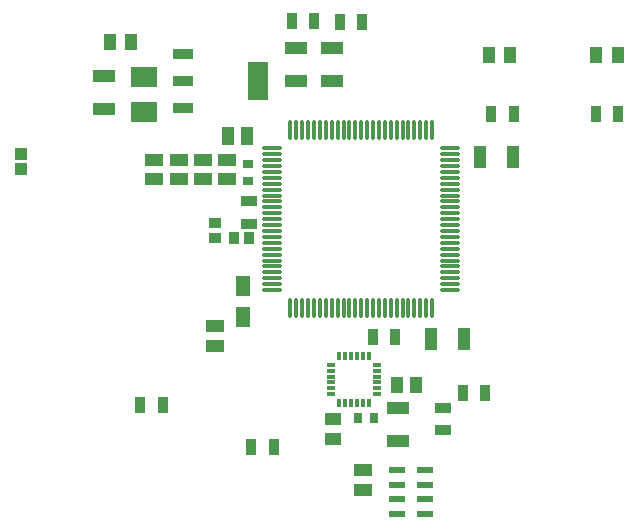
<source format=gtp>
G04 Layer_Color=8421504*
%FSTAX24Y24*%
%MOIN*%
G70*
G01*
G75*
%ADD10R,0.0315X0.0118*%
%ADD11R,0.0118X0.0315*%
%ADD12R,0.0394X0.0433*%
%ADD13R,0.0689X0.1260*%
%ADD14R,0.0689X0.0374*%
%ADD15O,0.0118X0.0709*%
%ADD16O,0.0709X0.0118*%
%ADD17R,0.0717X0.0402*%
%ADD18R,0.0374X0.0551*%
%ADD19R,0.0906X0.0709*%
%ADD20R,0.0433X0.0618*%
%ADD21R,0.0618X0.0433*%
%ADD22R,0.0390X0.0579*%
%ADD23R,0.0394X0.0551*%
%ADD24R,0.0551X0.0374*%
%ADD25R,0.0386X0.0339*%
%ADD26R,0.0339X0.0386*%
%ADD27R,0.0512X0.0669*%
%ADD28R,0.0579X0.0390*%
%ADD29R,0.0402X0.0717*%
%ADD30R,0.0370X0.0295*%
%ADD31R,0.0532X0.0217*%
%ADD32R,0.0295X0.0370*%
D10*
X041982Y027492D02*
D03*
Y027295D02*
D03*
Y027098D02*
D03*
Y026902D02*
D03*
Y026705D02*
D03*
Y026508D02*
D03*
X043518D02*
D03*
Y026705D02*
D03*
Y026902D02*
D03*
Y027098D02*
D03*
Y027295D02*
D03*
Y027492D02*
D03*
D11*
X042258Y026232D02*
D03*
X042455D02*
D03*
X042652D02*
D03*
X042848D02*
D03*
X043045D02*
D03*
X043242D02*
D03*
Y027768D02*
D03*
X043045D02*
D03*
X042848D02*
D03*
X042652D02*
D03*
X042455D02*
D03*
X042258D02*
D03*
D12*
X03165Y034D02*
D03*
Y034512D02*
D03*
D13*
X03954Y03695D02*
D03*
D14*
X03706Y036044D02*
D03*
Y03695D02*
D03*
Y037856D02*
D03*
D15*
X040624Y035315D02*
D03*
X040821D02*
D03*
X041018D02*
D03*
X041215D02*
D03*
X041412D02*
D03*
X041609D02*
D03*
X041806D02*
D03*
X042002D02*
D03*
X042199D02*
D03*
X042396D02*
D03*
X042593D02*
D03*
X04279D02*
D03*
X042987D02*
D03*
X043183D02*
D03*
X04338D02*
D03*
X043577D02*
D03*
X043774D02*
D03*
X043971D02*
D03*
X044168D02*
D03*
X044365D02*
D03*
X044561D02*
D03*
X044758D02*
D03*
X044955D02*
D03*
X045152D02*
D03*
X045349D02*
D03*
Y02937D02*
D03*
X045152D02*
D03*
X044955D02*
D03*
X044758D02*
D03*
X044561D02*
D03*
X044365D02*
D03*
X044168D02*
D03*
X043971D02*
D03*
X043774D02*
D03*
X043577D02*
D03*
X04338D02*
D03*
X043183D02*
D03*
X042987D02*
D03*
X04279D02*
D03*
X042593D02*
D03*
X042396D02*
D03*
X042199D02*
D03*
X042002D02*
D03*
X041806D02*
D03*
X041609D02*
D03*
X041412D02*
D03*
X041215D02*
D03*
X041018D02*
D03*
X040821D02*
D03*
X040624D02*
D03*
D16*
X045959Y034704D02*
D03*
Y034507D02*
D03*
Y034311D02*
D03*
Y034114D02*
D03*
Y033917D02*
D03*
Y03372D02*
D03*
Y033523D02*
D03*
Y033326D02*
D03*
Y03313D02*
D03*
Y032933D02*
D03*
Y032736D02*
D03*
Y032539D02*
D03*
Y032342D02*
D03*
Y032145D02*
D03*
Y031948D02*
D03*
Y031752D02*
D03*
Y031555D02*
D03*
Y031358D02*
D03*
Y031161D02*
D03*
Y030964D02*
D03*
Y030767D02*
D03*
Y03057D02*
D03*
Y030374D02*
D03*
Y030177D02*
D03*
Y02998D02*
D03*
X040014D02*
D03*
Y030177D02*
D03*
Y030374D02*
D03*
Y03057D02*
D03*
Y030767D02*
D03*
Y030964D02*
D03*
Y031161D02*
D03*
Y031358D02*
D03*
Y031555D02*
D03*
Y031752D02*
D03*
Y031948D02*
D03*
Y032145D02*
D03*
Y032342D02*
D03*
Y032539D02*
D03*
Y032736D02*
D03*
Y032933D02*
D03*
Y03313D02*
D03*
Y033326D02*
D03*
Y033523D02*
D03*
Y03372D02*
D03*
Y033917D02*
D03*
Y034114D02*
D03*
Y034311D02*
D03*
Y034507D02*
D03*
Y034704D02*
D03*
D17*
X042Y036949D02*
D03*
Y038051D02*
D03*
X0408Y036949D02*
D03*
Y038051D02*
D03*
X0344Y036D02*
D03*
Y037102D02*
D03*
X0442Y024949D02*
D03*
Y026051D02*
D03*
D18*
X040676Y03895D02*
D03*
X041424D02*
D03*
X040074Y02475D02*
D03*
X039326D02*
D03*
X035626Y02615D02*
D03*
X036374D02*
D03*
X046376Y02655D02*
D03*
X047124D02*
D03*
X043376Y0284D02*
D03*
X044124D02*
D03*
X047326Y03585D02*
D03*
X048074D02*
D03*
X050802D02*
D03*
X05155D02*
D03*
X042276Y0389D02*
D03*
X043024D02*
D03*
D19*
X03575Y037071D02*
D03*
Y035929D02*
D03*
D20*
X039169Y0351D02*
D03*
X038531D02*
D03*
D21*
X036087Y033681D02*
D03*
Y034319D02*
D03*
X036896Y033681D02*
D03*
Y034319D02*
D03*
X037706Y033681D02*
D03*
Y034319D02*
D03*
X038516Y033681D02*
D03*
Y034319D02*
D03*
X0381Y028769D02*
D03*
Y028131D02*
D03*
X04305Y023331D02*
D03*
Y023969D02*
D03*
D22*
X044177Y0268D02*
D03*
X044823D02*
D03*
D23*
X035304Y03825D02*
D03*
X034596D02*
D03*
X04795Y0378D02*
D03*
X047241D02*
D03*
X051535D02*
D03*
X050826D02*
D03*
D24*
X03925Y032941D02*
D03*
Y032193D02*
D03*
X0457Y026048D02*
D03*
Y0253D02*
D03*
D25*
X0381Y032226D02*
D03*
Y031707D02*
D03*
D26*
X03926Y031717D02*
D03*
X03874D02*
D03*
D27*
X03905Y029069D02*
D03*
Y030131D02*
D03*
D28*
X04205Y025673D02*
D03*
Y025027D02*
D03*
D29*
X048051Y0344D02*
D03*
X046949D02*
D03*
X046401Y02835D02*
D03*
X045299D02*
D03*
D30*
X0392Y033624D02*
D03*
Y034176D02*
D03*
D31*
X045122Y023988D02*
D03*
Y023496D02*
D03*
Y023004D02*
D03*
Y022512D02*
D03*
X044178D02*
D03*
Y023004D02*
D03*
Y023496D02*
D03*
Y023988D02*
D03*
D32*
X042874Y0257D02*
D03*
X043426D02*
D03*
M02*

</source>
